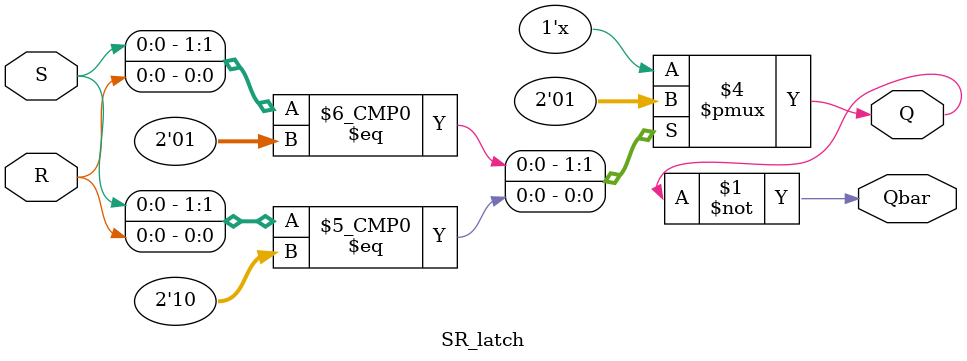
<source format=v>
module SR_latch(input S,R, output reg Q, output Qbar);

    assign Qbar = ~Q;
 always@(S or R)
    begin
        case({S, R})
            2'b00: Q = Q;        
            2'b01: Q = 1'b0;    
            2'b10: Q = 1'b1;   
            2'b11: Q = 1'bx;     
            default: Q = 1'bx;
        endcase
    end
endmodule

</source>
